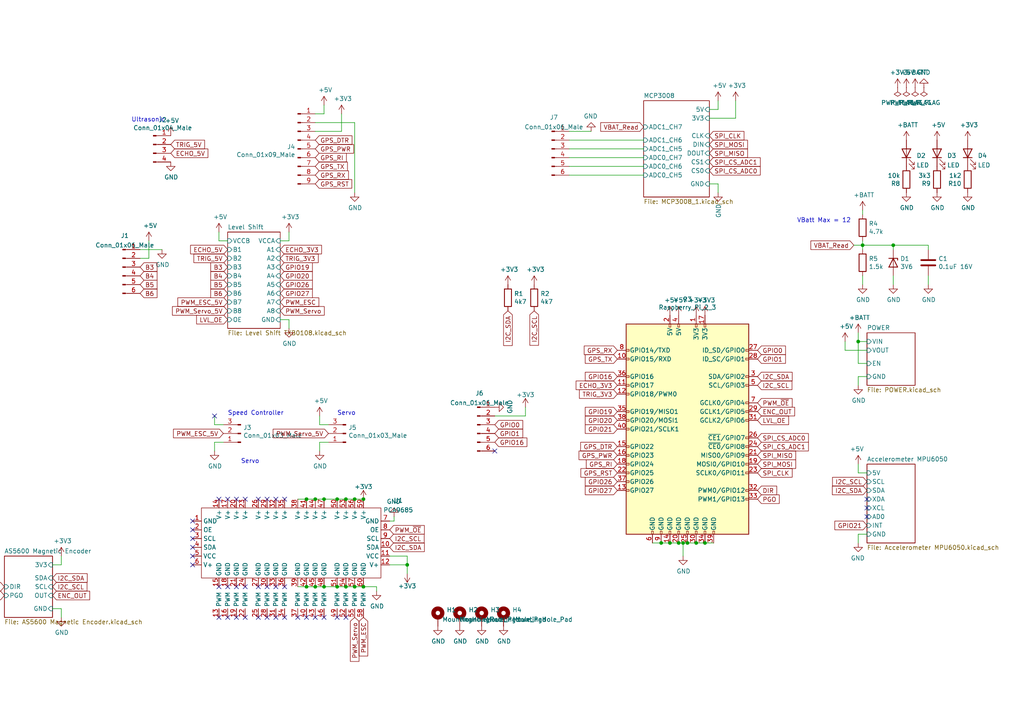
<source format=kicad_sch>
(kicad_sch (version 20211123) (generator eeschema)
  (paper "A4")
  (title_block (title "RascalHat") (rev "1.0") (company "James, Leach, & Andreev, L.L.C."))
  (lib_symbols
    (symbol "Connector:Conn_01x03_Male" (pin_names (offset 1.016) hide)
      (property "Reference" "J" (at 0 5.08 0))
      (property "Value" "Conn_01x03_Male" (at 0 -5.08 0))
      (symbol "Conn_01x03_Male_1_1"
        (pin passive line (at 5.08 2.54 180) (length 3.81) (name "Pin_1") (number "1"))
        (pin passive line (at 5.08 0 180) (length 3.81) (name "Pin_2") (number "2"))
        (pin passive line (at 5.08 -2.54 180) (length 3.81) (name "Pin_3") (number "3"))
      )
    )
    (symbol "Connector:Conn_01x04_Male" (pin_names (offset 1.016) hide)
      (property "Reference" "J" (at 0 5.08 0))
      (property "Value" "Conn_01x04_Male" (at 0 -7.62 0))
      (symbol "Conn_01x04_Male_1_1"
        (pin passive line (at 5.08 2.54 180) (length 3.81) (name "Pin_1") (number "1"))
        (pin passive line (at 5.08 0 180) (length 3.81) (name "Pin_2") (number "2"))
        (pin passive line (at 5.08 -2.54 180) (length 3.81) (name "Pin_3") (number "3"))
        (pin passive line (at 5.08 -5.08 180) (length 3.81) (name "Pin_4") (number "4"))
      )
    )
    (symbol "Connector:Conn_01x06_Male" (pin_names (offset 1.016) hide)
      (property "Reference" "J" (at 0 7.62 0))
      (property "Value" "Conn_01x06_Male" (at 0 -10.16 0))
      (symbol "Conn_01x06_Male_1_1"
        (pin passive line (at 5.08 5.08 180) (length 3.81) (name "Pin_1") (number "1"))
        (pin passive line (at 5.08 2.54 180) (length 3.81) (name "Pin_2") (number "2"))
        (pin passive line (at 5.08 0 180) (length 3.81) (name "Pin_3") (number "3"))
        (pin passive line (at 5.08 -2.54 180) (length 3.81) (name "Pin_4") (number "4"))
        (pin passive line (at 5.08 -5.08 180) (length 3.81) (name "Pin_5") (number "5"))
        (pin passive line (at 5.08 -7.62 180) (length 3.81) (name "Pin_6") (number "6"))
      )
    )
    (symbol "Connector:Conn_01x09_Male" (pin_names (offset 1.016) hide)
      (property "Reference" "J" (at 0 12.7 0))
      (property "Value" "Conn_01x09_Male" (at 0 -12.7 0))
      (symbol "Conn_01x09_Male_1_1"
        (pin passive line (at 5.08 10.16 180) (length 3.81) (name "Pin_1") (number "1"))
        (pin passive line (at 5.08 7.62 180) (length 3.81) (name "Pin_2") (number "2"))
        (pin passive line (at 5.08 5.08 180) (length 3.81) (name "Pin_3") (number "3"))
        (pin passive line (at 5.08 2.54 180) (length 3.81) (name "Pin_4") (number "4"))
        (pin passive line (at 5.08 0 180) (length 3.81) (name "Pin_5") (number "5"))
        (pin passive line (at 5.08 -2.54 180) (length 3.81) (name "Pin_6") (number "6"))
        (pin passive line (at 5.08 -5.08 180) (length 3.81) (name "Pin_7") (number "7"))
        (pin passive line (at 5.08 -7.62 180) (length 3.81) (name "Pin_8") (number "8"))
        (pin passive line (at 5.08 -10.16 180) (length 3.81) (name "Pin_9") (number "9"))
      )
    )
    (symbol "Connector:Raspberry_Pi_2_3" (pin_names (offset 1.016))
      (property "Reference" "J" (at -17.78 31.75 0))
      (property "Value" "Raspberry_Pi_2_3" (at 10.16 -31.75 0))
      (symbol "Raspberry_Pi_2_3_1_1"
        (pin power_in line (at 2.54 33.02 270) (length 2.54) (name "3V3") (number "1"))
        (pin bidirectional line (at -20.32 20.32 0) (length 2.54) (name "GPIO15/RXD") (number "10"))
        (pin bidirectional line (at -20.32 12.7 0) (length 2.54) (name "GPIO17") (number "11"))
        (pin bidirectional line (at -20.32 10.16 0) (length 2.54) (name "GPIO18/PWM0") (number "12"))
        (pin bidirectional line (at -20.32 -17.78 0) (length 2.54) (name "GPIO27") (number "13"))
        (pin power_in line (at -5.08 -33.02 90) (length 2.54) (name "GND") (number "14"))
        (pin bidirectional line (at -20.32 -5.08 0) (length 2.54) (name "GPIO22") (number "15"))
        (pin bidirectional line (at -20.32 -7.62 0) (length 2.54) (name "GPIO23") (number "16"))
        (pin power_in line (at 5.08 33.02 270) (length 2.54) (name "3V3") (number "17"))
        (pin bidirectional line (at -20.32 -10.16 0) (length 2.54) (name "GPIO24") (number "18"))
        (pin bidirectional line (at 20.32 -10.16 180) (length 2.54) (name "MOSI0/GPIO10") (number "19"))
        (pin power_in line (at -5.08 33.02 270) (length 2.54) (name "5V") (number "2"))
        (pin power_in line (at -2.54 -33.02 90) (length 2.54) (name "GND") (number "20"))
        (pin bidirectional line (at 20.32 -7.62 180) (length 2.54) (name "MISO0/GPIO9") (number "21"))
        (pin bidirectional line (at -20.32 -12.7 0) (length 2.54) (name "GPIO25") (number "22"))
        (pin bidirectional line (at 20.32 -12.7 180) (length 2.54) (name "SCLK0/GPIO11") (number "23"))
        (pin bidirectional line (at 20.32 -5.08 180) (length 2.54) (name "~{CE0}/GPIO8") (number "24"))
        (pin power_in line (at 0 -33.02 90) (length 2.54) (name "GND") (number "25"))
        (pin bidirectional line (at 20.32 -2.54 180) (length 2.54) (name "~{CE1}/GPIO7") (number "26"))
        (pin bidirectional line (at 20.32 22.86 180) (length 2.54) (name "ID_SD/GPIO0") (number "27"))
        (pin bidirectional line (at 20.32 20.32 180) (length 2.54) (name "ID_SC/GPIO1") (number "28"))
        (pin bidirectional line (at 20.32 5.08 180) (length 2.54) (name "GCLK1/GPIO5") (number "29"))
        (pin bidirectional line (at 20.32 15.24 180) (length 2.54) (name "SDA/GPIO2") (number "3"))
        (pin power_in line (at 2.54 -33.02 90) (length 2.54) (name "GND") (number "30"))
        (pin bidirectional line (at 20.32 2.54 180) (length 2.54) (name "GCLK2/GPIO6") (number "31"))
        (pin bidirectional line (at 20.32 -17.78 180) (length 2.54) (name "PWM0/GPIO12") (number "32"))
        (pin bidirectional line (at 20.32 -20.32 180) (length 2.54) (name "PWM1/GPIO13") (number "33"))
        (pin power_in line (at 5.08 -33.02 90) (length 2.54) (name "GND") (number "34"))
        (pin bidirectional line (at -20.32 5.08 0) (length 2.54) (name "GPIO19/MISO1") (number "35"))
        (pin bidirectional line (at -20.32 15.24 0) (length 2.54) (name "GPIO16") (number "36"))
        (pin bidirectional line (at -20.32 -15.24 0) (length 2.54) (name "GPIO26") (number "37"))
        (pin bidirectional line (at -20.32 2.54 0) (length 2.54) (name "GPIO20/MOSI1") (number "38"))
        (pin power_in line (at 7.62 -33.02 90) (length 2.54) (name "GND") (number "39"))
        (pin power_in line (at -2.54 33.02 270) (length 2.54) (name "5V") (number "4"))
        (pin bidirectional line (at -20.32 0 0) (length 2.54) (name "GPIO21/SCLK1") (number "40"))
        (pin bidirectional line (at 20.32 12.7 180) (length 2.54) (name "SCL/GPIO3") (number "5"))
        (pin power_in line (at -10.16 -33.02 90) (length 2.54) (name "GND") (number "6"))
        (pin bidirectional line (at 20.32 7.62 180) (length 2.54) (name "GCLK0/GPIO4") (number "7"))
        (pin bidirectional line (at -20.32 22.86 0) (length 2.54) (name "GPIO14/TXD") (number "8"))
        (pin power_in line (at -7.62 -33.02 90) (length 2.54) (name "GND") (number "9"))
      )
    )
    (symbol "Device:C" (pin_numbers hide) (pin_names (offset 0.254))
      (property "Reference" "C" (at 0.635 2.54 0))
      (property "Value" "C" (at 0.635 -2.54 0))
      (symbol "C_1_1"
        (pin passive line (at 0 3.81 270) (length 2.794) (name "~") (number "1"))
        (pin passive line (at 0 -3.81 90) (length 2.794) (name "~") (number "2"))
      )
    )
    (symbol "Device:D_Zener" (pin_numbers hide) (pin_names (offset 1.016) hide)
      (property "Reference" "D" (at 0 2.54 0))
      (property "Value" "D_Zener" (at 0 -2.54 0))
      (symbol "D_Zener_1_1"
        (pin passive line (at -3.81 0 0) (length 2.54) (name "K") (number "1"))
        (pin passive line (at 3.81 0 180) (length 2.54) (name "A") (number "2"))
      )
    )
    (symbol "Device:LED" (pin_numbers hide) (pin_names (offset 1.016) hide)
      (property "Reference" "D" (at 0 2.54 0))
      (property "Value" "LED" (at 0 -2.54 0))
      (symbol "LED_1_1"
        (pin passive line (at -3.81 0 0) (length 2.54) (name "K") (number "1"))
        (pin passive line (at 3.81 0 180) (length 2.54) (name "A") (number "2"))
      )
    )
    (symbol "Device:R" (pin_numbers hide) (pin_names (offset 0))
      (property "Reference" "R" (at 2.032 0 90))
      (property "Value" "R" (at 0 0 90))
      (symbol "R_1_1"
        (pin passive line (at 0 3.81 270) (length 1.27) (name "~") (number "1"))
        (pin passive line (at 0 -3.81 90) (length 1.27) (name "~") (number "2"))
      )
    )
    (symbol "LolomoloKiCAD6SymLib:PCA9685"
      (property "Reference" "U?" (at 31.6939 12.3233 0))
      (property "Value" "PCA9685" (at 31.6939 9.5482 0))
      (symbol "PCA9685_1_1"
        (pin input line (at -27.94 6.35 0) (length 2.54) (name "GND") (number "1"))
        (pin input line (at 29.21 -1.27 180) (length 2.54) (name "SDA") (number "10"))
        (pin input line (at 29.21 -3.81 180) (length 2.54) (name "VCC") (number "11"))
        (pin input line (at 29.21 -6.35 180) (length 2.54) (name "V+") (number "12"))
        (pin input line (at -20.32 -21.59 90) (length 2.54) (name "PWM") (number "13"))
        (pin input line (at -20.32 12.7 270) (length 2.54) (name "V+") (number "14"))
        (pin input line (at -20.32 -12.7 90) (length 2.54) (name "GND") (number "15"))
        (pin input line (at -17.78 -21.59 90) (length 2.54) (name "PWM") (number "16"))
        (pin input line (at -17.78 12.7 270) (length 2.54) (name "V+") (number "17"))
        (pin input line (at -17.78 -12.7 90) (length 2.54) (name "GND") (number "18"))
        (pin input line (at -15.24 -21.59 90) (length 2.54) (name "PWM") (number "19"))
        (pin input line (at -27.94 3.81 0) (length 2.54) (name "OE") (number "2"))
        (pin input line (at -15.24 12.7 270) (length 2.54) (name "V+") (number "20"))
        (pin input line (at -15.24 -12.7 90) (length 2.54) (name "GND") (number "21"))
        (pin input line (at -12.7 -21.59 90) (length 2.54) (name "PWM") (number "22"))
        (pin input line (at -12.7 12.7 270) (length 2.54) (name "V+") (number "23"))
        (pin input line (at -12.7 -12.7 90) (length 2.54) (name "GND") (number "24"))
        (pin input line (at -8.89 -21.59 90) (length 2.54) (name "PWM") (number "25"))
        (pin input line (at -8.89 12.7 270) (length 2.54) (name "V+") (number "26"))
        (pin input line (at -8.89 -12.7 90) (length 2.54) (name "GND") (number "27"))
        (pin input line (at -6.35 -21.59 90) (length 2.54) (name "PWM") (number "28"))
        (pin input line (at -6.35 12.7 270) (length 2.54) (name "V+") (number "29"))
        (pin input line (at -27.94 1.27 0) (length 2.54) (name "SCL") (number "3"))
        (pin input line (at -6.35 -12.7 90) (length 2.54) (name "GND") (number "30"))
        (pin input line (at -3.81 -21.59 90) (length 2.54) (name "PWM") (number "31"))
        (pin input line (at -3.81 12.7 270) (length 2.54) (name "V+") (number "32"))
        (pin input line (at -3.81 -12.7 90) (length 2.54) (name "GND") (number "33"))
        (pin input line (at -1.27 -21.59 90) (length 2.54) (name "PWM") (number "34"))
        (pin input line (at -1.27 12.7 270) (length 2.54) (name "V+") (number "35"))
        (pin input line (at -1.27 -12.7 90) (length 2.54) (name "GND") (number "36"))
        (pin input line (at 2.54 -21.59 90) (length 2.54) (name "PWM") (number "37"))
        (pin input line (at 2.54 12.7 270) (length 2.54) (name "V+") (number "38"))
        (pin input line (at 2.54 -12.7 90) (length 2.54) (name "GND") (number "39"))
        (pin input line (at -27.94 -1.27 0) (length 2.54) (name "SDA") (number "4"))
        (pin input line (at 5.08 -21.59 90) (length 2.54) (name "PWM") (number "40"))
        (pin input line (at 5.08 12.7 270) (length 2.54) (name "V+") (number "41"))
        (pin input line (at 5.08 -12.7 90) (length 2.54) (name "GND") (number "42"))
        (pin input line (at 7.62 -21.59 90) (length 2.54) (name "PWM") (number "43"))
        (pin input line (at 7.62 12.7 270) (length 2.54) (name "V+") (number "44"))
        (pin input line (at 7.62 -12.7 90) (length 2.54) (name "GND") (number "45"))
        (pin input line (at 10.16 -21.59 90) (length 2.54) (name "PWM") (number "46"))
        (pin input line (at 10.16 12.7 270) (length 2.54) (name "V+") (number "47"))
        (pin input line (at 10.16 -12.7 90) (length 2.54) (name "GND") (number "48"))
        (pin input line (at 13.97 -21.59 90) (length 2.54) (name "PWM") (number "49"))
        (pin input line (at -27.94 -3.81 0) (length 2.54) (name "VCC") (number "5"))
        (pin input line (at 13.97 12.7 270) (length 2.54) (name "V+") (number "50"))
        (pin input line (at 13.97 -12.7 90) (length 2.54) (name "GND") (number "51"))
        (pin input line (at 16.51 -21.59 90) (length 2.54) (name "PWM") (number "52"))
        (pin input line (at 16.51 12.7 270) (length 2.54) (name "V+") (number "53"))
        (pin input line (at 16.51 -12.7 90) (length 2.54) (name "GND") (number "54"))
        (pin input line (at 19.05 -21.59 90) (length 2.54) (name "PWM") (number "55"))
        (pin input line (at 19.05 12.7 270) (length 2.54) (name "V+") (number "56"))
        (pin input line (at 19.05 -12.7 90) (length 2.54) (name "GND") (number "57"))
        (pin input line (at 21.59 -21.59 90) (length 2.54) (name "PWM") (number "58"))
        (pin input line (at 21.59 12.7 270) (length 2.54) (name "V+") (number "59"))
        (pin input line (at -27.94 -6.35 0) (length 2.54) (name "V+") (number "6"))
        (pin input line (at 21.59 -12.7 90) (length 2.54) (name "GND") (number "60"))
        (pin input line (at 29.21 6.35 180) (length 2.54) (name "GND") (number "7"))
        (pin input line (at 29.21 3.81 180) (length 2.54) (name "OE") (number "8"))
        (pin input line (at 29.21 1.27 180) (length 2.54) (name "SCL") (number "9"))
      )
    )
    (symbol "Mechanical:MountingHole_Pad" (pin_numbers hide) (pin_names (offset 1.016) hide)
      (property "Reference" "H" (at 0 6.35 0))
      (property "Value" "MountingHole_Pad" (at 0 4.445 0))
      (symbol "MountingHole_Pad_1_1"
        (pin input line (at 0 -2.54 90) (length 2.54) (name "1") (number "1"))
      )
    )
    (symbol "power:+3V3" (power) (pin_names (offset 0))
      (property "Value" "+3V3" (at 0 3.556 0))
      (symbol "+3V3_1_1"
        (pin power_in line (at 0 0 90) (length 0) hide (name "+3V3") (number "1"))
      )
    )
    (symbol "power:+5V" (power) (pin_names (offset 0))
      (property "Value" "+5V" (at 0 3.556 0))
      (symbol "+5V_1_1"
        (pin power_in line (at 0 0 90) (length 0) hide (name "+5V") (number "1"))
      )
    )
    (symbol "power:+BATT" (power) (pin_names (offset 0))
      (property "Value" "+BATT" (at 0 3.556 0))
      (symbol "+BATT_1_1"
        (pin power_in line (at 0 0 90) (length 0) hide (name "+BATT") (number "1"))
      )
    )
    (symbol "power:GND" (power) (pin_names (offset 0))
      (property "Value" "GND" (at 0 -3.81 0))
      (symbol "GND_1_1"
        (pin power_in line (at 0 0 270) (length 0) hide (name "GND") (number "1"))
      )
    )
    (symbol "power:PWR_FLAG" (power) (pin_numbers hide) (pin_names (offset 0) hide)
      (property "Value" "PWR_FLAG" (at 0 3.81 0))
      (symbol "PWR_FLAG_0_0"
        (pin power_out line (at 0 0 90) (length 0) (name "pwr") (number "1"))
      )
    )
  )
  (junction (at 102.87 170.18))
  (junction (at 93.98 144.78))
  (junction (at 91.44 170.18))
  (junction (at 196.85 157.48))
  (junction (at 204.47 157.48))
  (junction (at 199.39 157.48))
  (junction (at 93.98 170.18))
  (junction (at 88.9 170.18))
  (junction (at 105.41 170.18))
  (junction (at 250.19 71.12))
  (junction (at 100.33 144.78))
  (junction (at 97.79 144.78))
  (junction (at 259.08 71.12))
  (junction (at 105.41 144.78))
  (junction (at 248.92 99.06))
  (junction (at 118.11 163.83))
  (junction (at 198.12 157.48))
  (junction (at 97.79 170.18))
  (junction (at 91.44 144.78))
  (junction (at 102.87 144.78))
  (junction (at 88.9 144.78))
  (junction (at 194.31 157.48))
  (junction (at 201.93 157.48))
  (junction (at 191.77 157.48))
  (junction (at 100.33 170.18))
  (no_connect (at 251.46 144.78))
  (no_connect (at 77.47 179.07))
  (no_connect (at 82.55 170.18))
  (no_connect (at 80.01 179.07))
  (no_connect (at 66.04 179.07))
  (no_connect (at 251.46 149.86))
  (no_connect (at 91.44 179.07))
  (no_connect (at 66.04 144.78))
  (no_connect (at 63.5 144.78))
  (no_connect (at 82.55 144.78))
  (no_connect (at 80.01 144.78))
  (no_connect (at 77.47 144.78))
  (no_connect (at 74.93 144.78))
  (no_connect (at 71.12 144.78))
  (no_connect (at 68.58 144.78))
  (no_connect (at 97.79 179.07))
  (no_connect (at 74.93 179.07))
  (no_connect (at 80.01 170.18))
  (no_connect (at 63.5 179.07))
  (no_connect (at 143.51 130.81))
  (no_connect (at 86.36 179.07))
  (no_connect (at 63.5 170.18))
  (no_connect (at 55.88 151.13))
  (no_connect (at 82.55 179.07))
  (no_connect (at 77.47 170.18))
  (no_connect (at 55.88 153.67))
  (no_connect (at 251.46 147.32))
  (no_connect (at 55.88 161.29))
  (no_connect (at 55.88 163.83))
  (no_connect (at 88.9 179.07))
  (no_connect (at 71.12 179.07))
  (no_connect (at 100.33 179.07))
  (no_connect (at 68.58 170.18))
  (no_connect (at 71.12 170.18))
  (no_connect (at 62.23 120.65))
  (no_connect (at 68.58 179.07))
  (no_connect (at 55.88 156.21))
  (no_connect (at 66.04 170.18))
  (no_connect (at 55.88 158.75))
  (no_connect (at 74.93 170.18))
  (no_connect (at 93.98 179.07))
  (wire (pts (xy 208.28 29.21) (xy 208.28 31.75)))
  (wire (pts (xy 88.9 144.78) (xy 91.44 144.78)))
  (wire (pts (xy 248.92 137.16) (xy 248.92 134.62)))
  (wire (pts (xy 152.4 118.11) (xy 152.4 120.65)))
  (wire (pts (xy 152.4 120.65) (xy 143.51 120.65)))
  (wire (pts (xy 102.87 35.56) (xy 102.87 55.88)))
  (wire (pts (xy 165.1 45.72) (xy 186.69 45.72)))
  (wire (pts (xy 165.1 50.8) (xy 186.69 50.8)))
  (wire (pts (xy 64.77 128.27) (xy 62.23 128.27)))
  (wire (pts (xy 40.64 74.93) (xy 43.18 74.93)))
  (wire (pts (xy 269.24 71.12) (xy 269.24 72.39)))
  (wire (pts (xy 245.11 101.6) (xy 245.11 99.06)))
  (wire (pts (xy 83.82 92.71) (xy 81.28 92.71)))
  (wire (pts (xy 17.78 163.83) (xy 17.78 161.29)))
  (wire (pts (xy 113.03 163.83) (xy 118.11 163.83)))
  (wire (pts (xy 165.1 43.18) (xy 186.69 43.18)))
  (wire (pts (xy 208.28 53.34) (xy 208.28 55.88)))
  (wire (pts (xy 81.28 69.85) (xy 83.82 69.85)))
  (wire (pts (xy 165.1 38.1) (xy 171.45 38.1)))
  (wire (pts (xy 105.41 170.18) (xy 109.22 170.18)))
  (wire (pts (xy 91.44 144.78) (xy 93.98 144.78)))
  (wire (pts (xy 114.3 151.13) (xy 113.03 151.13)))
  (wire (pts (xy 259.08 80.01) (xy 259.08 82.55)))
  (wire (pts (xy 248.92 109.22) (xy 248.92 111.76)))
  (wire (pts (xy 43.18 69.85) (xy 43.18 74.93)))
  (wire (pts (xy 118.11 161.29) (xy 118.11 163.83)))
  (wire (pts (xy 204.47 157.48) (xy 207.01 157.48)))
  (wire (pts (xy 93.98 33.02) (xy 93.98 30.48)))
  (wire (pts (xy 198.12 161.29) (xy 198.12 157.48)))
  (wire (pts (xy 86.36 170.18) (xy 88.9 170.18)))
  (wire (pts (xy 191.77 157.48) (xy 194.31 157.48)))
  (wire (pts (xy 198.12 157.48) (xy 199.39 157.48)))
  (wire (pts (xy 247.65 71.12) (xy 250.19 71.12)))
  (wire (pts (xy 250.19 71.12) (xy 259.08 71.12)))
  (wire (pts (xy 100.33 144.78) (xy 102.87 144.78)))
  (wire (pts (xy 250.19 69.85) (xy 250.19 71.12)))
  (wire (pts (xy 15.24 163.83) (xy 17.78 163.83)))
  (wire (pts (xy 114.3 149.86) (xy 114.3 151.13)))
  (wire (pts (xy 248.92 99.06) (xy 248.92 96.52)))
  (wire (pts (xy 15.24 176.53) (xy 17.78 176.53)))
  (wire (pts (xy 189.23 157.48) (xy 191.77 157.48)))
  (wire (pts (xy 40.64 72.39) (xy 46.99 72.39)))
  (wire (pts (xy 83.82 95.25) (xy 83.82 92.71)))
  (wire (pts (xy 86.36 144.78) (xy 88.9 144.78)))
  (wire (pts (xy 91.44 33.02) (xy 93.98 33.02)))
  (wire (pts (xy 95.25 123.19) (xy 92.71 123.19)))
  (wire (pts (xy 208.28 31.75) (xy 205.74 31.75)))
  (wire (pts (xy 118.11 163.83) (xy 118.11 166.37)))
  (wire (pts (xy 102.87 144.78) (xy 105.41 144.78)))
  (wire (pts (xy 93.98 170.18) (xy 97.79 170.18)))
  (wire (pts (xy 251.46 99.06) (xy 248.92 99.06)))
  (wire (pts (xy 66.04 69.85) (xy 63.5 69.85)))
  (wire (pts (xy 201.93 157.48) (xy 204.47 157.48)))
  (wire (pts (xy 93.98 144.78) (xy 97.79 144.78)))
  (wire (pts (xy 213.36 34.29) (xy 205.74 34.29)))
  (wire (pts (xy 250.19 71.12) (xy 250.19 72.39)))
  (wire (pts (xy 196.85 157.48) (xy 198.12 157.48)))
  (wire (pts (xy 251.46 109.22) (xy 248.92 109.22)))
  (wire (pts (xy 88.9 170.18) (xy 91.44 170.18)))
  (wire (pts (xy 251.46 137.16) (xy 248.92 137.16)))
  (wire (pts (xy 205.74 53.34) (xy 208.28 53.34)))
  (wire (pts (xy 91.44 38.1) (xy 99.06 38.1)))
  (wire (pts (xy 165.1 48.26) (xy 186.69 48.26)))
  (wire (pts (xy 248.92 99.06) (xy 248.92 105.41)))
  (wire (pts (xy 269.24 80.01) (xy 269.24 82.55)))
  (wire (pts (xy 194.31 157.48) (xy 196.85 157.48)))
  (wire (pts (xy 100.33 170.18) (xy 102.87 170.18)))
  (wire (pts (xy 95.25 128.27) (xy 92.71 128.27)))
  (wire (pts (xy 83.82 69.85) (xy 83.82 67.31)))
  (wire (pts (xy 250.19 82.55) (xy 250.19 80.01)))
  (wire (pts (xy 113.03 161.29) (xy 118.11 161.29)))
  (wire (pts (xy 102.87 170.18) (xy 105.41 170.18)))
  (wire (pts (xy 91.44 35.56) (xy 102.87 35.56)))
  (wire (pts (xy 248.92 105.41) (xy 251.46 105.41)))
  (wire (pts (xy 17.78 176.53) (xy 17.78 179.07)))
  (wire (pts (xy 109.22 170.18) (xy 109.22 171.45)))
  (wire (pts (xy 213.36 29.21) (xy 213.36 34.29)))
  (wire (pts (xy 99.06 38.1) (xy 99.06 33.02)))
  (wire (pts (xy 92.71 128.27) (xy 92.71 130.81)))
  (wire (pts (xy 259.08 71.12) (xy 259.08 72.39)))
  (wire (pts (xy 248.92 154.94) (xy 248.92 157.48)))
  (wire (pts (xy 62.23 123.19) (xy 62.23 120.65)))
  (wire (pts (xy 251.46 154.94) (xy 248.92 154.94)))
  (wire (pts (xy 199.39 157.48) (xy 201.93 157.48)))
  (wire (pts (xy 62.23 128.27) (xy 62.23 130.81)))
  (wire (pts (xy 259.08 71.12) (xy 269.24 71.12)))
  (wire (pts (xy 64.77 123.19) (xy 62.23 123.19)))
  (wire (pts (xy 63.5 69.85) (xy 63.5 67.31)))
  (wire (pts (xy 97.79 170.18) (xy 100.33 170.18)))
  (wire (pts (xy 165.1 40.64) (xy 186.69 40.64)))
  (wire (pts (xy 92.71 123.19) (xy 92.71 120.65)))
  (wire (pts (xy 97.79 144.78) (xy 100.33 144.78)))
  (wire (pts (xy 91.44 170.18) (xy 93.98 170.18)))
  (wire (pts (xy 250.19 62.23) (xy 250.19 60.96)))
  (wire (pts (xy 251.46 101.6) (xy 245.11 101.6)))
  (text "Servo" (at 97.79 120.65 0) (effects (font (size 1.27 1.27)) (justify left bottom)))
  (text "VBatt Max = 12" (at 231.14 64.77 0) (effects (font (size 1.27 1.27)) (justify left bottom)))
  (text "Ultrasonic" (at 38.1 35.56 0) (effects (font (size 1.27 1.27)) (justify left bottom)))
  (text "Speed Controller" (at 66.04 120.65 0) (effects (font (size 1.27 1.27)) (justify left bottom)))
  (text "Servo" (at 69.85 134.62 0) (effects (font (size 1.27 1.27)) (justify left bottom)))
  (global_label "GPS_RST" (shape input) (at 179.07 137.16 180) (property "Intersheet References" "${INTERSHEET_REFS}" (effects hide)))
  (global_label "B6" (shape input) (at 40.64 85.09 0) (property "Intersheet References" "${INTERSHEET_REFS}" (effects hide)))
  (global_label "SPI_MISO" (shape input) (at 205.74 44.45 0) (property "Intersheet References" "${INTERSHEET_REFS}" (effects hide)))
  (global_label "GPIO16" (shape input) (at 143.51 128.27 0) (property "Intersheet References" "${INTERSHEET_REFS}" (effects hide)))
  (global_label "B5" (shape input) (at 66.04 82.55 180) (property "Intersheet References" "${INTERSHEET_REFS}" (effects hide)))
  (global_label "GPS_TX" (shape input) (at 179.07 104.14 180) (property "Intersheet References" "${INTERSHEET_REFS}" (effects hide)))
  (global_label "B3" (shape input) (at 66.04 77.47 180) (property "Intersheet References" "${INTERSHEET_REFS}" (effects hide)))
  (global_label "PWM_Servo" (shape input) (at 102.87 179.07 270) (property "Intersheet References" "${INTERSHEET_REFS}" (effects hide)))
  (global_label "I2C_SCL" (shape input) (at 219.71 111.76 0) (property "Intersheet References" "${INTERSHEET_REFS}" (effects hide)))
  (global_label "GPS_DTR" (shape input) (at 179.07 129.54 180) (property "Intersheet References" "${INTERSHEET_REFS}" (effects hide)))
  (global_label "LVL_OE" (shape input) (at 219.71 121.92 0) (property "Intersheet References" "${INTERSHEET_REFS}" (effects hide)))
  (global_label "GPS_RST" (shape input) (at 91.44 53.34 0) (property "Intersheet References" "${INTERSHEET_REFS}" (effects hide)))
  (global_label "I2C_SCL" (shape input) (at 15.24 170.18 0) (property "Intersheet References" "${INTERSHEET_REFS}" (effects hide)))
  (global_label "GPIO20" (shape input) (at 179.07 121.92 180) (property "Intersheet References" "${INTERSHEET_REFS}" (effects hide)))
  (global_label "TRIG_3V3" (shape input) (at 179.07 114.3 180) (property "Intersheet References" "${INTERSHEET_REFS}" (effects hide)))
  (global_label "GPS_RI" (shape input) (at 179.07 134.62 180) (property "Intersheet References" "${INTERSHEET_REFS}" (effects hide)))
  (global_label "GPS_TX" (shape input) (at 91.44 48.26 0) (property "Intersheet References" "${INTERSHEET_REFS}" (effects hide)))
  (global_label "PWM_Servo_5V" (shape input) (at 66.04 90.17 180) (property "Intersheet References" "${INTERSHEET_REFS}" (effects hide)))
  (global_label "GPIO19" (shape input) (at 81.28 77.47 0) (property "Intersheet References" "${INTERSHEET_REFS}" (effects hide)))
  (global_label "GPIO26" (shape input) (at 81.28 82.55 0) (property "Intersheet References" "${INTERSHEET_REFS}" (effects hide)))
  (global_label "ENC_OUT" (shape input) (at 219.71 119.38 0) (property "Intersheet References" "${INTERSHEET_REFS}" (effects hide)))
  (global_label "PWM_ESC" (shape input) (at 81.28 87.63 0) (property "Intersheet References" "${INTERSHEET_REFS}" (effects hide)))
  (global_label "GPIO1" (shape input) (at 219.71 104.14 0) (property "Intersheet References" "${INTERSHEET_REFS}" (effects hide)))
  (global_label "TRIG_3V3" (shape input) (at 81.28 74.93 0) (property "Intersheet References" "${INTERSHEET_REFS}" (effects hide)))
  (global_label "PWM_Servo_5V" (shape input) (at 95.25 125.73 180) (property "Intersheet References" "${INTERSHEET_REFS}" (effects hide)))
  (global_label "PGO" (shape input) (at 219.71 144.78 0) (property "Intersheet References" "${INTERSHEET_REFS}" (effects hide)))
  (global_label "B6" (shape input) (at 66.04 85.09 180) (property "Intersheet References" "${INTERSHEET_REFS}" (effects hide)))
  (global_label "SPI_CLK" (shape input) (at 219.71 137.16 0) (property "Intersheet References" "${INTERSHEET_REFS}" (effects hide)))
  (global_label "I2C_SCL" (shape input) (at 113.03 156.21 0) (property "Intersheet References" "${INTERSHEET_REFS}" (effects hide)))
  (global_label "SPI_MISO" (shape input) (at 219.71 132.08 0) (property "Intersheet References" "${INTERSHEET_REFS}" (effects hide)))
  (global_label "PWM_~{OE}" (shape input) (at 219.71 116.84 0) (property "Intersheet References" "${INTERSHEET_REFS}" (effects hide)))
  (global_label "I2C_SCL" (shape input) (at 251.46 139.7 180) (property "Intersheet References" "${INTERSHEET_REFS}" (effects hide)))
  (global_label "GPS_PWR" (shape input) (at 179.07 132.08 180) (property "Intersheet References" "${INTERSHEET_REFS}" (effects hide)))
  (global_label "GPIO27" (shape input) (at 81.28 85.09 0) (property "Intersheet References" "${INTERSHEET_REFS}" (effects hide)))
  (global_label "PWM_ESC_5V" (shape input) (at 66.04 87.63 180) (property "Intersheet References" "${INTERSHEET_REFS}" (effects hide)))
  (global_label "VBAT_Read" (shape input) (at 247.65 71.12 180) (property "Intersheet References" "${INTERSHEET_REFS}" (effects hide)))
  (global_label "ECHO_5V" (shape input) (at 49.53 44.45 0) (property "Intersheet References" "${INTERSHEET_REFS}" (effects hide)))
  (global_label "GPIO27" (shape input) (at 179.07 142.24 180) (property "Intersheet References" "${INTERSHEET_REFS}" (effects hide)))
  (global_label "PWM_~{OE}" (shape input) (at 113.03 153.67 0) (property "Intersheet References" "${INTERSHEET_REFS}" (effects hide)))
  (global_label "GPIO21" (shape input) (at 179.07 124.46 180) (property "Intersheet References" "${INTERSHEET_REFS}" (effects hide)))
  (global_label "I2C_SCL" (shape input) (at 154.94 90.17 270) (property "Intersheet References" "${INTERSHEET_REFS}" (effects hide)))
  (global_label "PWM_Servo" (shape input) (at 81.28 90.17 0) (property "Intersheet References" "${INTERSHEET_REFS}" (effects hide)))
  (global_label "B5" (shape input) (at 40.64 82.55 0) (property "Intersheet References" "${INTERSHEET_REFS}" (effects hide)))
  (global_label "B4" (shape input) (at 66.04 80.01 180) (property "Intersheet References" "${INTERSHEET_REFS}" (effects hide)))
  (global_label "GPS_DTR" (shape input) (at 91.44 40.64 0) (property "Intersheet References" "${INTERSHEET_REFS}" (effects hide)))
  (global_label "I2C_SDA" (shape input) (at 251.46 142.24 180) (property "Intersheet References" "${INTERSHEET_REFS}" (effects hide)))
  (global_label "GPIO0" (shape input) (at 219.71 101.6 0) (property "Intersheet References" "${INTERSHEET_REFS}" (effects hide)))
  (global_label "I2C_SDA" (shape input) (at 113.03 158.75 0) (property "Intersheet References" "${INTERSHEET_REFS}" (effects hide)))
  (global_label "GPIO16" (shape input) (at 179.07 109.22 180) (property "Intersheet References" "${INTERSHEET_REFS}" (effects hide)))
  (global_label "GPS_RI" (shape input) (at 91.44 45.72 0) (property "Intersheet References" "${INTERSHEET_REFS}" (effects hide)))
  (global_label "LVL_OE" (shape input) (at 66.04 92.71 180) (property "Intersheet References" "${INTERSHEET_REFS}" (effects hide)))
  (global_label "ECHO_5V" (shape input) (at 66.04 72.39 180) (property "Intersheet References" "${INTERSHEET_REFS}" (effects hide)))
  (global_label "PGO" (shape input) (at 1.27 172.72 180) (property "Intersheet References" "${INTERSHEET_REFS}" (effects hide)))
  (global_label "ECHO_3V3" (shape input) (at 81.28 72.39 0) (property "Intersheet References" "${INTERSHEET_REFS}" (effects hide)))
  (global_label "GPS_PWR" (shape input) (at 91.44 43.18 0) (property "Intersheet References" "${INTERSHEET_REFS}" (effects hide)))
  (global_label "B3" (shape input) (at 40.64 77.47 0) (property "Intersheet References" "${INTERSHEET_REFS}" (effects hide)))
  (global_label "B4" (shape input) (at 40.64 80.01 0) (property "Intersheet References" "${INTERSHEET_REFS}" (effects hide)))
  (global_label "DIR" (shape input) (at 1.27 170.18 180) (property "Intersheet References" "${INTERSHEET_REFS}" (effects hide)))
  (global_label "VBAT_Read" (shape input) (at 186.69 36.83 180) (property "Intersheet References" "${INTERSHEET_REFS}" (effects hide)))
  (global_label "GPIO0" (shape input) (at 143.51 123.19 0) (property "Intersheet References" "${INTERSHEET_REFS}" (effects hide)))
  (global_label "SPI_MOSI" (shape input) (at 205.74 41.91 0) (property "Intersheet References" "${INTERSHEET_REFS}" (effects hide)))
  (global_label "ECHO_3V3" (shape input) (at 179.07 111.76 180) (property "Intersheet References" "${INTERSHEET_REFS}" (effects hide)))
  (global_label "GPIO21" (shape input) (at 251.46 152.4 180) (property "Intersheet References" "${INTERSHEET_REFS}" (effects hide)))
  (global_label "SPI_MOSI" (shape input) (at 219.71 134.62 0) (property "Intersheet References" "${INTERSHEET_REFS}" (effects hide)))
  (global_label "I2C_SDA" (shape input) (at 147.32 90.17 270) (property "Intersheet References" "${INTERSHEET_REFS}" (effects hide)))
  (global_label "SPI_CS_ADC1" (shape input) (at 205.74 46.99 0) (property "Intersheet References" "${INTERSHEET_REFS}" (effects hide)))
  (global_label "TRIG_5V" (shape input) (at 49.53 41.91 0) (property "Intersheet References" "${INTERSHEET_REFS}" (effects hide)))
  (global_label "GPIO20" (shape input) (at 81.28 80.01 0) (property "Intersheet References" "${INTERSHEET_REFS}" (effects hide)))
  (global_label "I2C_SDA" (shape input) (at 219.71 109.22 0) (property "Intersheet References" "${INTERSHEET_REFS}" (effects hide)))
  (global_label "PWM_ESC_5V" (shape input) (at 64.77 125.73 180) (property "Intersheet References" "${INTERSHEET_REFS}" (effects hide)))
  (global_label "DIR" (shape input) (at 219.71 142.24 0) (property "Intersheet References" "${INTERSHEET_REFS}" (effects hide)))
  (global_label "SPI_CLK" (shape input) (at 205.74 39.37 0) (property "Intersheet References" "${INTERSHEET_REFS}" (effects hide)))
  (global_label "SPI_CS_ADC1" (shape input) (at 219.71 129.54 0) (property "Intersheet References" "${INTERSHEET_REFS}" (effects hide)))
  (global_label "PWM_ESC" (shape input) (at 105.41 179.07 270) (property "Intersheet References" "${INTERSHEET_REFS}" (effects hide)))
  (global_label "GPS_RX" (shape input) (at 179.07 101.6 180) (property "Intersheet References" "${INTERSHEET_REFS}" (effects hide)))
  (global_label "GPIO1" (shape input) (at 143.51 125.73 0) (property "Intersheet References" "${INTERSHEET_REFS}" (effects hide)))
  (global_label "SPI_CS_ADC0" (shape input) (at 205.74 49.53 0) (property "Intersheet References" "${INTERSHEET_REFS}" (effects hide)))
  (global_label "TRIG_5V" (shape input) (at 66.04 74.93 180) (property "Intersheet References" "${INTERSHEET_REFS}" (effects hide)))
  (global_label "GPIO26" (shape input) (at 179.07 139.7 180) (property "Intersheet References" "${INTERSHEET_REFS}" (effects hide)))
  (global_label "GPIO19" (shape input) (at 179.07 119.38 180) (property "Intersheet References" "${INTERSHEET_REFS}" (effects hide)))
  (global_label "ENC_OUT" (shape input) (at 15.24 172.72 0) (property "Intersheet References" "${INTERSHEET_REFS}" (effects hide)))
  (global_label "I2C_SDA" (shape input) (at 15.24 167.64 0) (property "Intersheet References" "${INTERSHEET_REFS}" (effects hide)))
  (global_label "SPI_CS_ADC0" (shape input) (at 219.71 127 0) (property "Intersheet References" "${INTERSHEET_REFS}" (effects hide)))
  (global_label "GPS_RX" (shape input) (at 91.44 50.8 0) (property "Intersheet References" "${INTERSHEET_REFS}" (effects hide)))
  (symbol (lib_id "Connector:Raspberry_Pi_2_3") (at 199.39 124.46 0) (unit 1)
    (property "Reference" "R3" (at 199.39 86.8426 0))
    (property "Value" "Raspberry_Pi_2_3" (at 199.39 89.154 0))
    (property "Footprint" "Connector_PinSocket_2.54mm:PinSocket_2x20_P2.54mm_Vertical" (effects hide))
    (property "Datasheet" "https://www.raspberrypi.org/documentation/hardware/raspberrypi/schematics/rpi_SCH_3bplus_1p0_reduced.pdf" (effects hide))
  )
  (symbol (lib_id "power:+3V3") (at 201.93 91.44 0) (unit 1)
    (property "Reference" "#PWR030" (effects hide))
    (property "Value" "+3V3" (at 202.311 87.0458 0))
  )
  (symbol (lib_id "power:+5V") (at 194.31 91.44 0) (unit 1)
    (property "Reference" "#PWR027" (effects hide))
    (property "Value" "+5V" (at 194.691 87.0458 0))
  )
  (symbol (lib_id "power:+5V") (at 49.53 39.37 0) (unit 1)
    (property "Reference" "#PWR06" (effects hide))
    (property "Value" "+5V" (at 49.911 34.9758 0))
  )
  (symbol (lib_id "power:GND") (at 49.53 46.99 0) (unit 1)
    (property "Reference" "#PWR07" (effects hide))
    (property "Value" "GND" (at 49.657 51.3842 0))
  )
  (symbol (lib_id "power:GND") (at 62.23 130.81 0) (unit 1)
    (property "Reference" "#PWR09" (effects hide))
    (property "Value" "GND" (at 62.357 135.2042 0))
  )
  (symbol (lib_id "power:GND") (at 92.71 130.81 0) (unit 1)
    (property "Reference" "#PWR014" (effects hide))
    (property "Value" "GND" (at 92.837 135.2042 0))
  )
  (symbol (lib_id "power:+5V") (at 92.71 120.65 0) (unit 1)
    (property "Reference" "#PWR013" (effects hide))
    (property "Value" "+5V" (at 93.091 116.2558 0))
  )
  (symbol (lib_id "power:GND") (at 208.28 55.88 0) (unit 1)
    (property "Reference" "#PWR033" (effects hide))
    (property "Value" "GND" (at 208.407 59.1312 90) (effects (justify right)))
  )
  (symbol (lib_id "power:+5V") (at 208.28 29.21 0) (unit 1)
    (property "Reference" "#PWR032" (effects hide))
    (property "Value" "+5V" (at 208.661 24.8158 0))
  )
  (symbol (lib_id "power:+3V3") (at 213.36 29.21 0) (unit 1)
    (property "Reference" "#PWR034" (effects hide))
    (property "Value" "+3V3" (at 213.741 24.8158 0))
  )
  (symbol (lib_id "power:GND") (at 248.92 157.48 0) (mirror y) (unit 1)
    (property "Reference" "#PWR039" (effects hide))
    (property "Value" "GND" (at 248.793 161.8742 0))
  )
  (symbol (lib_id "power:+5V") (at 248.92 134.62 0) (mirror y) (unit 1)
    (property "Reference" "#PWR038" (effects hide))
    (property "Value" "+5V" (at 248.539 130.2258 0))
  )
  (symbol (lib_id "Device:R") (at 147.32 86.36 0) (unit 1)
    (property "Reference" "R1" (at 149.098 85.1916 0) (effects (justify left)))
    (property "Value" "4k7" (at 149.098 87.503 0) (effects (justify left)))
    (property "Footprint" "Resistor_SMD:R_0805_2012Metric" (effects hide))
  )
  (symbol (lib_id "Device:R") (at 154.94 86.36 0) (unit 1)
    (property "Reference" "R2" (at 156.718 85.1916 0) (effects (justify left)))
    (property "Value" "4k7" (at 156.718 87.503 0) (effects (justify left)))
    (property "Footprint" "Resistor_SMD:R_0805_2012Metric" (effects hide))
  )
  (symbol (lib_id "power:+3V3") (at 147.32 82.55 0) (unit 1)
    (property "Reference" "#PWR023" (effects hide))
    (property "Value" "+3V3" (at 147.701 78.1558 0))
  )
  (symbol (lib_id "power:+3V3") (at 154.94 82.55 0) (unit 1)
    (property "Reference" "#PWR025" (effects hide))
    (property "Value" "+3V3" (at 155.321 78.1558 0))
  )
  (symbol (lib_id "Device:R") (at 250.19 76.2 0) (unit 1)
    (property "Reference" "R5" (at 251.968 75.0316 0) (effects (justify left)))
    (property "Value" "1.5k" (at 251.968 77.343 0) (effects (justify left)))
    (property "Footprint" "Resistor_SMD:R_0805_2012Metric" (effects hide))
  )
  (symbol (lib_id "Device:R") (at 250.19 66.04 0) (unit 1)
    (property "Reference" "R4" (at 251.968 64.8716 0) (effects (justify left)))
    (property "Value" "4.7k" (at 251.968 67.183 0) (effects (justify left)))
    (property "Footprint" "Resistor_SMD:R_0805_2012Metric" (effects hide))
  )
  (symbol (lib_id "power:GND") (at 250.19 82.55 0) (unit 1)
    (property "Reference" "#PWR041" (effects hide))
    (property "Value" "GND" (at 250.317 86.9442 0))
  )
  (symbol (lib_id "power:+BATT") (at 248.92 96.52 0) (unit 1)
    (property "Reference" "#PWR036" (effects hide))
    (property "Value" "+BATT" (at 249.301 92.1258 0))
  )
  (symbol (lib_id "power:+BATT") (at 250.19 60.96 0) (unit 1)
    (property "Reference" "#PWR040" (effects hide))
    (property "Value" "+BATT" (at 250.571 56.5658 0))
  )
  (symbol (lib_id "power:GND") (at 248.92 111.76 0) (unit 1)
    (property "Reference" "#PWR037" (effects hide))
    (property "Value" "GND" (at 249.047 116.1542 0))
  )
  (symbol (lib_id "power:+3V3") (at 204.47 91.44 0) (unit 1)
    (property "Reference" "#PWR031" (effects hide))
    (property "Value" "+3V3" (at 204.851 87.0458 0))
  )
  (symbol (lib_id "power:GND") (at 83.82 95.25 0) (unit 1)
    (property "Reference" "#PWR012" (effects hide))
    (property "Value" "GND" (at 83.947 99.6442 0))
  )
  (symbol (lib_id "power:+5V") (at 63.5 67.31 0) (unit 1)
    (property "Reference" "#PWR010" (effects hide))
    (property "Value" "+5V" (at 63.881 62.9158 0))
  )
  (symbol (lib_id "power:+3V3") (at 83.82 67.31 0) (unit 1)
    (property "Reference" "#PWR011" (effects hide))
    (property "Value" "+3V3" (at 84.201 62.9158 0))
  )
  (symbol (lib_id "Device:D_Zener") (at 259.08 76.2 270) (unit 1)
    (property "Reference" "D1" (at 261.0866 75.0316 90) (effects (justify left)))
    (property "Value" "3V6" (at 261.0866 77.343 90) (effects (justify left)))
    (property "Footprint" "Diode_SMD:D_SOD-323_HandSoldering" (effects hide))
  )
  (symbol (lib_id "power:GND") (at 259.08 82.55 0) (unit 1)
    (property "Reference" "#PWR042" (effects hide))
    (property "Value" "GND" (at 259.207 86.9442 0))
  )
  (symbol (lib_id "Connector:Conn_01x09_Male") (at 86.36 43.18 0) (unit 1)
    (property "Reference" "J4" (at 85.6488 42.5704 0) (effects (justify right)))
    (property "Value" "Conn_01x09_Male" (at 85.6488 44.8818 0) (effects (justify right)))
    (property "Footprint" "Connector_JST:JST_PH_B9B-PH-K_1x09_P2.00mm_Vertical" (effects hide))
  )
  (symbol (lib_id "power:GND") (at 198.12 161.29 0) (unit 1)
    (property "Reference" "#PWR029" (effects hide))
    (property "Value" "GND" (at 198.247 165.6842 0))
  )
  (symbol (lib_id "power:GND") (at 102.87 55.88 0) (unit 1)
    (property "Reference" "#PWR017" (effects hide))
    (property "Value" "GND" (at 102.997 60.2742 0))
  )
  (symbol (lib_id "power:+3V3") (at 99.06 33.02 0) (unit 1)
    (property "Reference" "#PWR016" (effects hide))
    (property "Value" "+3V3" (at 99.441 28.6258 0))
  )
  (symbol (lib_id "power:+5V") (at 93.98 30.48 0) (unit 1)
    (property "Reference" "#PWR015" (effects hide))
    (property "Value" "+5V" (at 94.361 26.0858 0))
  )
  (symbol (lib_id "power:GND") (at 114.3 149.86 180) (unit 1)
    (property "Reference" "#PWR020" (effects hide))
    (property "Value" "GND" (at 114.173 145.4658 0))
  )
  (symbol (lib_id "power:GND") (at 17.78 179.07 0) (unit 1)
    (property "Reference" "#PWR02" (effects hide))
    (property "Value" "GND" (at 17.907 183.4642 0))
  )
  (symbol (lib_id "power:+3V3") (at 17.78 161.29 0) (unit 1)
    (property "Reference" "#PWR01" (effects hide))
    (property "Value" "+3V3" (at 18.161 156.8958 0))
  )
  (symbol (lib_id "power:+5V") (at 245.11 99.06 0) (unit 1)
    (property "Reference" "#PWR035" (effects hide))
    (property "Value" "+5V" (at 245.491 94.6658 0))
  )
  (symbol (lib_id "power:+5V") (at 196.85 91.44 0) (unit 1)
    (property "Reference" "#PWR028" (effects hide))
    (property "Value" "+5V" (at 197.231 87.0458 0))
  )
  (symbol (lib_id "Connector:Conn_01x04_Male") (at 44.45 41.91 0) (unit 1)
    (property "Reference" "J2" (at 47.1932 34.7726 0))
    (property "Value" "Conn_01x04_Male" (at 47.1932 37.084 0))
    (property "Footprint" "Connector_JST:JST_PH_B4B-PH-K_1x04_P2.00mm_Vertical" (effects hide))
  )
  (symbol (lib_id "Connector:Conn_01x03_Male") (at 69.85 125.73 180) (unit 1)
    (property "Reference" "J3" (at 70.5612 124.0028 0) (effects (justify right)))
    (property "Value" "Conn_01x03_Male" (at 70.5612 126.3142 0) (effects (justify right)))
    (property "Footprint" "Connector_JST:JST_PH_B3B-PH-K_1x03_P2.00mm_Vertical" (effects hide))
  )
  (symbol (lib_id "Connector:Conn_01x03_Male") (at 100.33 125.73 180) (unit 1)
    (property "Reference" "J5" (at 101.0412 124.0028 0) (effects (justify right)))
    (property "Value" "Conn_01x03_Male" (at 101.0412 126.3142 0) (effects (justify right)))
    (property "Footprint" "Connector_JST:JST_PH_B3B-PH-K_1x03_P2.00mm_Vertical" (effects hide))
  )
  (symbol (lib_id "power:+3V3") (at 260.35 25.4 0) (unit 1)
    (property "Reference" "#PWR043" (effects hide))
    (property "Value" "+3V3" (at 260.731 21.0058 0))
  )
  (symbol (lib_id "power:+5V") (at 262.89 25.4 0) (unit 1)
    (property "Reference" "#PWR044" (effects hide))
    (property "Value" "+5V" (at 263.271 21.0058 0))
  )
  (symbol (lib_id "power:+BATT") (at 265.43 25.4 0) (unit 1)
    (property "Reference" "#PWR045" (effects hide))
    (property "Value" "+BATT" (at 265.811 21.0058 0))
  )
  (symbol (lib_id "power:GND") (at 267.97 25.4 180) (unit 1)
    (property "Reference" "#PWR046" (effects hide))
    (property "Value" "GND" (at 267.843 21.0058 0))
  )
  (symbol (lib_id "power:PWR_FLAG") (at 267.97 25.4 180) (unit 1)
    (property "Reference" "#FLG04" (effects hide))
    (property "Value" "PWR_FLAG" (at 267.97 29.7942 0))
  )
  (symbol (lib_id "power:PWR_FLAG") (at 265.43 25.4 180) (unit 1)
    (property "Reference" "#FLG03" (effects hide))
    (property "Value" "PWR_FLAG" (at 265.43 29.7942 0))
  )
  (symbol (lib_id "power:PWR_FLAG") (at 262.89 25.4 180) (unit 1)
    (property "Reference" "#FLG02" (effects hide))
    (property "Value" "PWR_FLAG" (at 262.89 29.7942 0))
  )
  (symbol (lib_id "power:PWR_FLAG") (at 260.35 25.4 180) (unit 1)
    (property "Reference" "#FLG01" (effects hide))
    (property "Value" "PWR_FLAG" (at 260.35 29.7942 0))
  )
  (symbol (lib_id "Device:C") (at 269.24 76.2 0) (unit 1)
    (property "Reference" "C1" (at 272.161 75.0316 0) (effects (justify left)))
    (property "Value" "0.1uF 16V" (at 272.161 77.343 0) (effects (justify left)))
    (property "Footprint" "Capacitor_SMD:C_0805_2012Metric" (effects hide))
  )
  (symbol (lib_id "power:GND") (at 269.24 82.55 0) (unit 1)
    (property "Reference" "#PWR047" (effects hide))
    (property "Value" "GND" (at 269.367 86.9442 0))
  )
  (symbol (lib_id "power:+3V3") (at 152.4 118.11 0) (unit 1)
    (property "Reference" "#PWR024" (effects hide))
    (property "Value" "+3V3" (at 152.4 114.5055 0))
  )
  (symbol (lib_id "power:GND") (at 46.99 72.39 0) (unit 1)
    (property "Reference" "#PWR05" (effects hide))
    (property "Value" "GND" (at 47.117 76.7842 0))
  )
  (symbol (lib_id "power:GND") (at 109.22 171.45 0) (unit 1)
    (property "Reference" "#PWR019" (effects hide))
    (property "Value" "GND" (at 109.347 175.8442 0))
  )
  (symbol (lib_id "Connector:Conn_01x06_Male") (at 160.02 43.18 0) (unit 1)
    (property "Reference" "J7" (at 160.655 34.0573 0))
    (property "Value" "Conn_01x06_Male" (at 160.655 36.8324 0))
    (property "Footprint" "Connector_JST:JST_PH_B6B-PH-K_1x06_P2.00mm_Vertical" (effects hide))
  )
  (symbol (lib_id "power:GND") (at 143.51 118.11 90) (unit 1)
    (property "Reference" "#PWR022" (effects hide))
    (property "Value" "GND" (at 147.9042 117.983 0))
  )
  (symbol (lib_id "power:+BATT") (at 262.89 40.64 0) (unit 1)
    (property "Reference" "#PWR0101" (effects hide))
    (property "Value" "+BATT" (at 263.271 36.2458 0))
  )
  (symbol (lib_id "power:+5V") (at 271.78 40.64 0) (unit 1)
    (property "Reference" "#PWR0104" (effects hide))
    (property "Value" "+5V" (at 272.161 36.2458 0))
  )
  (symbol (lib_id "power:GND") (at 146.05 181.61 0) (unit 1)
    (property "Reference" "#PWR0107" (effects hide))
    (property "Value" "GND" (at 146.177 186.0042 0))
  )
  (symbol (lib_id "power:GND") (at 271.78 55.88 0) (unit 1)
    (property "Reference" "#PWR0105" (effects hide))
    (property "Value" "GND" (at 271.907 60.2742 0))
  )
  (symbol (lib_id "Connector:Conn_01x06_Male") (at 35.56 77.47 0) (unit 1)
    (property "Reference" "J1" (at 36.195 68.3473 0))
    (property "Value" "Conn_01x06_Male" (at 36.195 71.1224 0))
    (property "Footprint" "Connector_JST:JST_PH_B6B-PH-K_1x06_P2.00mm_Vertical" (effects hide))
  )
  (symbol (lib_id "power:GND") (at 171.45 38.1 180) (unit 1)
    (property "Reference" "#PWR026" (effects hide))
    (property "Value" "GND" (at 171.323 33.7058 0))
  )
  (symbol (lib_id "Mechanical:MountingHole_Pad") (at 133.35 179.07 0) (unit 1)
    (property "Reference" "H2" (at 135.89 176.8915 0) (effects (justify left)))
    (property "Value" "MountingHole_Pad" (at 133.35 179.6666 0) (effects (justify left)))
    (property "Footprint" "MountingHole:MountingHole_3.2mm_M3_DIN965_Pad" (effects hide))
  )
  (symbol (lib_id "Mechanical:MountingHole_Pad") (at 139.7 179.07 0) (unit 1)
    (property "Reference" "H3" (at 142.24 176.8915 0) (effects (justify left)))
    (property "Value" "MountingHole_Pad" (at 140.97 179.6666 0) (effects (justify left)))
    (property "Footprint" "MountingHole:MountingHole_3.2mm_M3_DIN965_Pad" (effects hide))
  )
  (symbol (lib_id "power:GND") (at 127 181.61 0) (unit 1)
    (property "Reference" "#PWR0109" (effects hide))
    (property "Value" "GND" (at 127.127 186.0042 0))
  )
  (symbol (lib_id "Device:R") (at 271.78 52.07 180) (unit 1)
    (property "Reference" "R9" (at 270.002 53.2384 0) (effects (justify left)))
    (property "Value" "3k3" (at 270.002 50.927 0) (effects (justify left)))
    (property "Footprint" "Resistor_SMD:R_0805_2012Metric" (effects hide))
  )
  (symbol (lib_id "Connector:Conn_01x06_Male") (at 138.43 123.19 0) (unit 1)
    (property "Reference" "J6" (at 139.065 114.0673 0))
    (property "Value" "Conn_01x06_Male" (at 139.065 116.8424 0))
    (property "Footprint" "Connector_JST:JST_PH_B6B-PH-K_1x06_P2.00mm_Vertical" (effects hide))
  )
  (symbol (lib_id "power:+3V3") (at 280.67 40.64 0) (unit 1)
    (property "Reference" "#PWR0102" (effects hide))
    (property "Value" "+3V3" (at 281.051 36.2458 0))
  )
  (symbol (lib_id "Device:LED") (at 262.89 44.45 90) (unit 1)
    (property "Reference" "D2" (at 265.811 45.129 90) (effects (justify right)))
    (property "Value" "LED" (at 265.811 47.9041 90) (effects (justify right)))
    (property "Footprint" "LED_SMD:LED_0805_2012Metric" (effects hide))
  )
  (symbol (lib_id "power:GND") (at 139.7 181.61 0) (unit 1)
    (property "Reference" "#PWR0108" (effects hide))
    (property "Value" "GND" (at 139.827 186.0042 0))
  )
  (symbol (lib_id "Device:LED") (at 280.67 44.45 90) (unit 1)
    (property "Reference" "D4" (at 283.591 45.129 90) (effects (justify right)))
    (property "Value" "LED" (at 283.591 47.9041 90) (effects (justify right)))
    (property "Footprint" "LED_SMD:LED_0805_2012Metric" (effects hide))
  )
  (symbol (lib_id "power:+3V3") (at 105.41 144.78 0) (unit 1)
    (property "Reference" "#PWR018" (effects hide))
    (property "Value" "+3V3" (at 105.41 141.1755 0))
  )
  (symbol (lib_id "LolomoloKiCAD6SymLib:PCA9685") (at 83.82 157.48 0) (unit 1)
    (property "Reference" "U1" (at 115.5139 145.1567 0))
    (property "Value" "PCA9685" (at 115.5139 147.9318 0))
    (property "Footprint" "LolomoloKiCADLib:PCA9685 HW170" (effects hide))
  )
  (symbol (lib_id "power:GND") (at 262.89 55.88 0) (unit 1)
    (property "Reference" "#PWR0106" (effects hide))
    (property "Value" "GND" (at 263.017 60.2742 0))
  )
  (symbol (lib_id "Device:R") (at 262.89 52.07 180) (unit 1)
    (property "Reference" "R8" (at 261.112 53.2384 0) (effects (justify left)))
    (property "Value" "10k" (at 261.112 50.927 0) (effects (justify left)))
    (property "Footprint" "Resistor_SMD:R_0805_2012Metric" (effects hide))
  )
  (symbol (lib_id "power:GND") (at 133.35 181.61 0) (unit 1)
    (property "Reference" "#PWR0110" (effects hide))
    (property "Value" "GND" (at 133.477 186.0042 0))
  )
  (symbol (lib_id "Device:R") (at 280.67 52.07 180) (unit 1)
    (property "Reference" "R10" (at 278.892 53.2384 0) (effects (justify left)))
    (property "Value" "1k2" (at 278.892 50.927 0) (effects (justify left)))
    (property "Footprint" "Resistor_SMD:R_0805_2012Metric" (effects hide))
  )
  (symbol (lib_id "Device:LED") (at 271.78 44.45 90) (unit 1)
    (property "Reference" "D3" (at 274.701 45.129 90) (effects (justify right)))
    (property "Value" "LED" (at 274.701 47.9041 90) (effects (justify right)))
    (property "Footprint" "LED_SMD:LED_0805_2012Metric" (effects hide))
  )
  (symbol (lib_id "power:+5V") (at 43.18 69.85 0) (unit 1)
    (property "Reference" "#PWR04" (effects hide))
    (property "Value" "+5V" (at 43.561 65.4558 0))
  )
  (symbol (lib_id "power:GND") (at 280.67 55.88 0) (unit 1)
    (property "Reference" "#PWR0103" (effects hide))
    (property "Value" "GND" (at 280.797 60.2742 0))
  )
  (symbol (lib_id "Mechanical:MountingHole_Pad") (at 127 179.07 0) (unit 1)
    (property "Reference" "H1" (at 129.54 176.8915 0) (effects (justify left)))
    (property "Value" "MountingHole_Pad" (at 128.27 179.6666 0) (effects (justify left)))
    (property "Footprint" "MountingHole:MountingHole_3.2mm_M3_DIN965_Pad" (effects hide))
  )
  (symbol (lib_id "Mechanical:MountingHole_Pad") (at 146.05 179.07 0) (unit 1)
    (property "Reference" "H4" (at 148.59 176.8915 0) (effects (justify left)))
    (property "Value" "MountingHole_Pad" (at 148.59 179.6666 0) (effects (justify left)))
    (property "Footprint" "MountingHole:MountingHole_3.2mm_M3_DIN965_Pad" (effects hide))
  )
  (symbol (lib_id "power:+3V3") (at 118.11 166.37 180) (unit 1)
    (property "Reference" "#PWR021" (effects hide))
    (property "Value" "+3V3" (at 118.11 169.9745 0))
  )
  (sheet (at 186.69 29.21) (size 19.05 27.94)
    (property "Sheet name" "MCP3008" (at 186.69 28.4984 0) (effects (justify left bottom)))
    (property "Sheet file" "MCP3008_1.kicad_sch" (at 186.69 57.7346 0) (effects (justify left top)))
    (pin "DIN" input (at 205.74 41.91 0))
    (pin "DOUT" input (at 205.74 44.45 0))
    (pin "CLK" input (at 205.74 39.37 0))
    (pin "CS1" input (at 205.74 46.99 0))
    (pin "5V" input (at 205.74 31.75 0))
    (pin "3V3" input (at 205.74 34.29 0))
    (pin "GND" input (at 205.74 53.34 0))
    (pin "CS0" input (at 205.74 49.53 0))
    (pin "ADC1_CH7" input (at 186.69 36.83 180))
    (pin "ADC1_CH6" input (at 186.69 40.64 180))
    (pin "ADC1_CH5" input (at 186.69 43.18 180))
    (pin "ADC0_CH7" input (at 186.69 45.72 180))
    (pin "ADC0_CH6" input (at 186.69 48.26 180))
    (pin "ADC0_CH5" input (at 186.69 50.8 180))
  )
  (sheet (at 251.46 134.62) (size 13.97 22.86)
    (property "Sheet name" "Accelerometer MPU6050" (at 251.46 133.9084 0) (effects (justify left bottom)))
    (property "Sheet file" "Accelerometer MPU6050.kicad_sch" (at 251.46 158.0646 0) (effects (justify left top)))
    (pin "SCL" input (at 251.46 139.7 180))
    (pin "SDA" input (at 251.46 142.24 180))
    (pin "XDA" input (at 251.46 144.78 180))
    (pin "XCL" input (at 251.46 147.32 180))
    (pin "AD0" input (at 251.46 149.86 180))
    (pin "INT" input (at 251.46 152.4 180))
    (pin "GND" input (at 251.46 154.94 180))
    (pin "5V" input (at 251.46 137.16 180))
  )
  (sheet (at 251.46 96.52) (size 13.97 15.24)
    (property "Sheet name" "POWER" (at 251.46 95.8084 0) (effects (justify left bottom)))
    (property "Sheet file" "POWER.kicad_sch" (at 251.46 112.3446 0) (effects (justify left top)))
    (pin "GND" input (at 251.46 109.22 180))
    (pin "EN" input (at 251.46 105.41 180))
    (pin "VIN" input (at 251.46 99.06 180))
    (pin "VOUT" input (at 251.46 101.6 180))
  )
  (sheet (at 66.04 67.31) (size 15.24 27.94)
    (property "Sheet name" "Level Shift" (at 66.04 66.5984 0) (effects (justify left bottom)))
    (property "Sheet file" "Level Shift TXB0108.kicad_sch" (at 66.04 95.8346 0) (effects (justify left top)))
    (pin "A1" input (at 81.28 72.39 0))
    (pin "A2" input (at 81.28 74.93 0))
    (pin "A3" input (at 81.28 77.47 0))
    (pin "A4" input (at 81.28 80.01 0))
    (pin "A5" input (at 81.28 82.55 0))
    (pin "A6" input (at 81.28 85.09 0))
    (pin "A7" input (at 81.28 87.63 0))
    (pin "A8" input (at 81.28 90.17 0))
    (pin "B1" input (at 66.04 72.39 180))
    (pin "B2" input (at 66.04 74.93 180))
    (pin "B3" input (at 66.04 77.47 180))
    (pin "B4" input (at 66.04 80.01 180))
    (pin "B5" input (at 66.04 82.55 180))
    (pin "B6" input (at 66.04 85.09 180))
    (pin "B7" input (at 66.04 87.63 180))
    (pin "B8" input (at 66.04 90.17 180))
    (pin "VCCA" input (at 81.28 69.85 0))
    (pin "VCCB" input (at 66.04 69.85 180))
    (pin "GND" input (at 81.28 92.71 0))
    (pin "OE" input (at 66.04 92.71 180))
  )
  (sheet (at 1.27 161.29) (size 13.97 17.78)
    (property "Sheet name" "AS5600 Magnetic Encoder" (at 1.27 160.5784 0) (effects (justify left bottom)))
    (property "Sheet file" "AS5600 Magnetic Encoder.kicad_sch" (at 1.27 179.6546 0) (effects (justify left top)))
    (pin "OUT" input (at 15.24 172.72 0))
    (pin "SCL" input (at 15.24 170.18 0))
    (pin "SDA" input (at 15.24 167.64 0))
    (pin "3V3" input (at 15.24 163.83 0))
    (pin "GND" input (at 15.24 176.53 0))
    (pin "DIR" input (at 1.27 170.18 180))
    (pin "PGO" input (at 1.27 172.72 180))
  )
)
</source>
